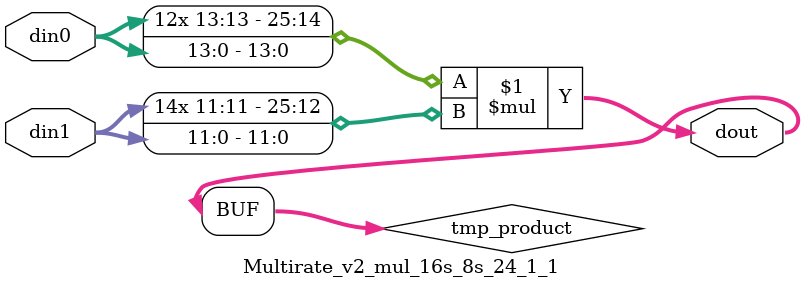
<source format=v>

`timescale 1 ns / 1 ps

 module Multirate_v2_mul_16s_8s_24_1_1(din0, din1, dout);
parameter ID = 1;
parameter NUM_STAGE = 0;
parameter din0_WIDTH = 14;
parameter din1_WIDTH = 12;
parameter dout_WIDTH = 26;

input [din0_WIDTH - 1 : 0] din0; 
input [din1_WIDTH - 1 : 0] din1; 
output [dout_WIDTH - 1 : 0] dout;

wire signed [dout_WIDTH - 1 : 0] tmp_product;



























assign tmp_product = $signed(din0) * $signed(din1);








assign dout = tmp_product;





















endmodule

</source>
